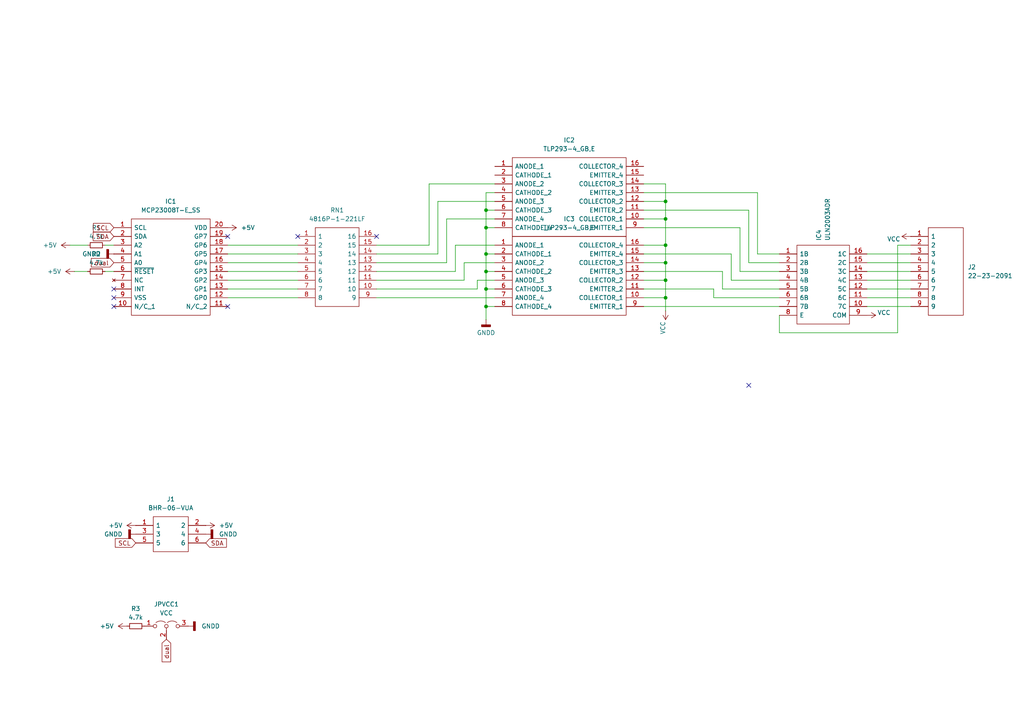
<source format=kicad_sch>
(kicad_sch (version 20231120) (generator "eeschema") (generator_version "8.0")
  (paper "A4")
  (lib_symbols
    (symbol "Device:R_Small" (pin_numbers hide) (pin_names (offset 0.254) hide)
      (property "Reference" "R" (at 0.762 0.508 0))
      (property "Value" "R_Small" (at 0.762 -1.016 0))
      (symbol "R_Small_0_1"
        (rectangle (start -0.762 1.778) (end 0.762 -1.778) (stroke (width 0.2032)))
      )
      (symbol "R_Small_1_1"
        (pin passive line (at 0 2.54 270) (length 0.762) (name "~") (number "1"))
        (pin passive line (at 0 -2.54 90) (length 0.762) (name "~") (number "2"))
      )
    )
    (symbol "Jumper:Jumper_3_Open" (pin_names (offset 0) hide) (exclude_from_sim yes) (in_bom no)
      (property "Reference" "JP" (at -2.54 -2.54 0))
      (property "Value" "Jumper_3_Open" (at 0 2.794 0))
      (symbol "Jumper_3_Open_0_0"
        (circle (center -3.302 0) (radius 0.508))
        (circle (center 0 0) (radius 0.508))
        (circle (center 3.302 0) (radius 0.508))
      )
      (symbol "Jumper_3_Open_0_1"
        (arc (start -0.254 1.016) (mid -1.651 1.4992) (end -3.048 1.016))
        (polyline (pts (xy 0 -0.508) (xy 0 -1.27)))
        (arc (start 3.048 1.016) (mid 1.651 1.4992) (end 0.254 1.016))
      )
      (symbol "Jumper_3_Open_1_1"
        (pin passive line (at -6.35 0 0) (length 2.54) (name "A") (number "1"))
        (pin passive line (at 0 -3.81 90) (length 2.54) (name "C") (number "2"))
        (pin passive line (at 6.35 0 180) (length 2.54) (name "B") (number "3"))
      )
    )
    (symbol "Samacsys:22-23-2091" (pin_names (offset 0.762))
      (property "Reference" "J" (at 16.51 7.62 0))
      (property "Value" "22-23-2091" (at 16.51 5.08 0))
      (symbol "22-23-2091_0_0"
        (pin passive line (at 0 0 0) (length 5.08) (name "1") (number "1"))
        (pin passive line (at 0 -2.54 0) (length 5.08) (name "2") (number "2"))
        (pin passive line (at 0 -5.08 0) (length 5.08) (name "3") (number "3"))
        (pin passive line (at 0 -7.62 0) (length 5.08) (name "4") (number "4"))
        (pin passive line (at 0 -10.16 0) (length 5.08) (name "5") (number "5"))
        (pin passive line (at 0 -12.7 0) (length 5.08) (name "6") (number "6"))
        (pin passive line (at 0 -15.24 0) (length 5.08) (name "7") (number "7"))
        (pin passive line (at 0 -17.78 0) (length 5.08) (name "8") (number "8"))
        (pin passive line (at 0 -20.32 0) (length 5.08) (name "9") (number "9"))
      )
      (symbol "22-23-2091_0_1"
        (polyline (pts (xy 5.08 2.54) (xy 15.24 2.54) (xy 15.24 -22.86) (xy 5.08 -22.86) (xy 5.08 2.54)) (stroke (width 0.1524)))
      )
    )
    (symbol "Samacsys:4816P-1-221LF" (pin_names (offset 0.762))
      (property "Reference" "RN" (at 19.05 7.62 0))
      (property "Value" "4816P-1-221LF" (at 19.05 5.08 0))
      (symbol "4816P-1-221LF_0_0"
        (pin passive line (at 0 0 0) (length 5.08) (name "1") (number "1"))
        (pin passive line (at 22.86 -15.24 180) (length 5.08) (name "10") (number "10"))
        (pin passive line (at 22.86 -12.7 180) (length 5.08) (name "11") (number "11"))
        (pin passive line (at 22.86 -10.16 180) (length 5.08) (name "12") (number "12"))
        (pin passive line (at 22.86 -7.62 180) (length 5.08) (name "13") (number "13"))
        (pin passive line (at 22.86 -5.08 180) (length 5.08) (name "14") (number "14"))
        (pin passive line (at 22.86 -2.54 180) (length 5.08) (name "15") (number "15"))
        (pin passive line (at 22.86 0 180) (length 5.08) (name "16") (number "16"))
        (pin passive line (at 0 -2.54 0) (length 5.08) (name "2") (number "2"))
        (pin passive line (at 0 -5.08 0) (length 5.08) (name "3") (number "3"))
        (pin passive line (at 0 -7.62 0) (length 5.08) (name "4") (number "4"))
        (pin passive line (at 0 -10.16 0) (length 5.08) (name "5") (number "5"))
        (pin passive line (at 0 -12.7 0) (length 5.08) (name "6") (number "6"))
        (pin passive line (at 0 -15.24 0) (length 5.08) (name "7") (number "7"))
        (pin passive line (at 0 -17.78 0) (length 5.08) (name "8") (number "8"))
        (pin passive line (at 22.86 -17.78 180) (length 5.08) (name "9") (number "9"))
      )
      (symbol "4816P-1-221LF_0_1"
        (polyline (pts (xy 5.08 2.54) (xy 17.78 2.54) (xy 17.78 -20.32) (xy 5.08 -20.32) (xy 5.08 2.54)) (stroke (width 0.1524)))
      )
    )
    (symbol "Samacsys:BHR-06-VUA" (pin_names (offset 0.762))
      (property "Reference" "J" (at 16.51 7.62 0))
      (property "Value" "BHR-06-VUA" (at 16.51 5.08 0))
      (symbol "BHR-06-VUA_0_0"
        (pin passive line (at 0 0 0) (length 5.08) (name "1") (number "1"))
        (pin passive line (at 20.32 0 180) (length 5.08) (name "2") (number "2"))
        (pin passive line (at 0 -2.54 0) (length 5.08) (name "3") (number "3"))
        (pin passive line (at 20.32 -2.54 180) (length 5.08) (name "4") (number "4"))
        (pin passive line (at 0 -5.08 0) (length 5.08) (name "5") (number "5"))
        (pin passive line (at 20.32 -5.08 180) (length 5.08) (name "6") (number "6"))
      )
      (symbol "BHR-06-VUA_0_1"
        (polyline (pts (xy 5.08 2.54) (xy 15.24 2.54) (xy 15.24 -7.62) (xy 5.08 -7.62) (xy 5.08 2.54)) (stroke (width 0.1524)))
      )
    )
    (symbol "Samacsys:MCP23008T-E_SS" (pin_names (offset 0.762))
      (property "Reference" "IC" (at 29.21 7.62 0))
      (property "Value" "MCP23008T-E_SS" (at 29.21 5.08 0))
      (symbol "MCP23008T-E_SS_0_0"
        (pin passive line (at 0 0 0) (length 5.08) (name "SCL") (number "1"))
        (pin passive line (at 0 -22.86 0) (length 5.08) (name "N/C_1") (number "10"))
        (pin passive line (at 33.02 -22.86 180) (length 5.08) (name "N/C_2") (number "11"))
        (pin passive line (at 33.02 -20.32 180) (length 5.08) (name "GP0") (number "12"))
        (pin passive line (at 33.02 -17.78 180) (length 5.08) (name "GP1") (number "13"))
        (pin passive line (at 33.02 -15.24 180) (length 5.08) (name "GP2") (number "14"))
        (pin passive line (at 33.02 -12.7 180) (length 5.08) (name "GP3") (number "15"))
        (pin passive line (at 33.02 -10.16 180) (length 5.08) (name "GP4") (number "16"))
        (pin passive line (at 33.02 -7.62 180) (length 5.08) (name "GP5") (number "17"))
        (pin passive line (at 33.02 -5.08 180) (length 5.08) (name "GP6") (number "18"))
        (pin passive line (at 33.02 -2.54 180) (length 5.08) (name "GP7") (number "19"))
        (pin passive line (at 0 -2.54 0) (length 5.08) (name "SDA") (number "2"))
        (pin passive line (at 33.02 0 180) (length 5.08) (name "VDD") (number "20"))
        (pin passive line (at 0 -5.08 0) (length 5.08) (name "A2") (number "3"))
        (pin passive line (at 0 -7.62 0) (length 5.08) (name "A1") (number "4"))
        (pin passive line (at 0 -10.16 0) (length 5.08) (name "A0") (number "5"))
        (pin passive line (at 0 -12.7 0) (length 5.08) (name "~{RESET}") (number "6"))
        (pin no_connect line (at 0 -15.24 0) (length 5.08) (name "NC") (number "7"))
        (pin passive line (at 0 -17.78 0) (length 5.08) (name "INT") (number "8"))
        (pin passive line (at 0 -20.32 0) (length 5.08) (name "VSS") (number "9"))
      )
      (symbol "MCP23008T-E_SS_0_1"
        (polyline (pts (xy 5.08 2.54) (xy 27.94 2.54) (xy 27.94 -25.4) (xy 5.08 -25.4) (xy 5.08 2.54)) (stroke (width 0.1524)))
      )
    )
    (symbol "Samacsys:TLP293-4_GB,E" (pin_names (offset 0.762))
      (property "Reference" "IC" (at 39.37 7.62 0))
      (property "Value" "TLP293-4_GB,E" (at 39.37 5.08 0))
      (symbol "TLP293-4_GB,E_0_0"
        (pin passive line (at 0 0 0) (length 5.08) (name "ANODE_1") (number "1"))
        (pin passive line (at 43.18 -15.24 180) (length 5.08) (name "COLLECTOR_1") (number "10"))
        (pin passive line (at 43.18 -12.7 180) (length 5.08) (name "EMITTER_2") (number "11"))
        (pin passive line (at 43.18 -10.16 180) (length 5.08) (name "COLLECTOR_2") (number "12"))
        (pin passive line (at 43.18 -7.62 180) (length 5.08) (name "EMITTER_3") (number "13"))
        (pin passive line (at 43.18 -5.08 180) (length 5.08) (name "COLLECTOR_3") (number "14"))
        (pin passive line (at 43.18 -2.54 180) (length 5.08) (name "EMITTER_4") (number "15"))
        (pin passive line (at 43.18 0 180) (length 5.08) (name "COLLECTOR_4") (number "16"))
        (pin passive line (at 0 -2.54 0) (length 5.08) (name "CATHODE_1") (number "2"))
        (pin passive line (at 0 -5.08 0) (length 5.08) (name "ANODE_2") (number "3"))
        (pin passive line (at 0 -7.62 0) (length 5.08) (name "CATHODE_2") (number "4"))
        (pin passive line (at 0 -10.16 0) (length 5.08) (name "ANODE_3") (number "5"))
        (pin passive line (at 0 -12.7 0) (length 5.08) (name "CATHODE_3") (number "6"))
        (pin passive line (at 0 -15.24 0) (length 5.08) (name "ANODE_4") (number "7"))
        (pin passive line (at 0 -17.78 0) (length 5.08) (name "CATHODE_4") (number "8"))
        (pin passive line (at 43.18 -17.78 180) (length 5.08) (name "EMITTER_1") (number "9"))
      )
      (symbol "TLP293-4_GB,E_0_1"
        (polyline (pts (xy 5.08 2.54) (xy 38.1 2.54) (xy 38.1 -20.32) (xy 5.08 -20.32) (xy 5.08 2.54)) (stroke (width 0.1524)))
      )
    )
    (symbol "Samacsys:ULN2003ADR" (pin_names (offset 0.762))
      (property "Reference" "IC" (at 21.59 7.62 0))
      (property "Value" "ULN2003ADR" (at 21.59 5.08 0))
      (symbol "ULN2003ADR_0_0"
        (pin passive line (at 0 0 0) (length 5.08) (name "1B") (number "1"))
        (pin passive line (at 25.4 -15.24 180) (length 5.08) (name "7C") (number "10"))
        (pin passive line (at 25.4 -12.7 180) (length 5.08) (name "6C") (number "11"))
        (pin passive line (at 25.4 -10.16 180) (length 5.08) (name "5C") (number "12"))
        (pin passive line (at 25.4 -7.62 180) (length 5.08) (name "4C") (number "13"))
        (pin passive line (at 25.4 -5.08 180) (length 5.08) (name "3C") (number "14"))
        (pin passive line (at 25.4 -2.54 180) (length 5.08) (name "2C") (number "15"))
        (pin passive line (at 25.4 0 180) (length 5.08) (name "1C") (number "16"))
        (pin passive line (at 0 -2.54 0) (length 5.08) (name "2B") (number "2"))
        (pin passive line (at 0 -5.08 0) (length 5.08) (name "3B") (number "3"))
        (pin passive line (at 0 -7.62 0) (length 5.08) (name "4B") (number "4"))
        (pin passive line (at 0 -10.16 0) (length 5.08) (name "5B") (number "5"))
        (pin passive line (at 0 -12.7 0) (length 5.08) (name "6B") (number "6"))
        (pin passive line (at 0 -15.24 0) (length 5.08) (name "7B") (number "7"))
        (pin passive line (at 0 -17.78 0) (length 5.08) (name "E") (number "8"))
        (pin passive line (at 25.4 -17.78 180) (length 5.08) (name "COM") (number "9"))
      )
      (symbol "ULN2003ADR_0_1"
        (polyline (pts (xy 5.08 2.54) (xy 20.32 2.54) (xy 20.32 -20.32) (xy 5.08 -20.32) (xy 5.08 2.54)) (stroke (width 0.1524)))
      )
    )
    (symbol "power:+5V" (power) (pin_numbers hide) (pin_names (offset 0) hide)
      (property "Value" "+5V" (at 0 3.556 0))
      (symbol "+5V_0_1"
        (polyline (pts (xy -0.762 1.27) (xy 0 2.54)))
        (polyline (pts (xy 0 0) (xy 0 2.54)))
        (polyline (pts (xy 0 2.54) (xy 0.762 1.27)))
      )
      (symbol "+5V_1_1"
        (pin power_in line (at 0 0 90) (length 0) (name "~") (number "1"))
      )
    )
    (symbol "power:GNDD" (power) (pin_numbers hide) (pin_names (offset 0) hide)
      (property "Value" "GNDD" (at 0 -3.175 0))
      (symbol "GNDD_0_1"
        (rectangle (start -1.27 -1.524) (end 1.27 -2.032) (stroke (width 0.254)) (fill (type outline)))
        (polyline (pts (xy 0 0) (xy 0 -1.524)))
      )
      (symbol "GNDD_1_1"
        (pin power_in line (at 0 0 270) (length 0) (name "~") (number "1"))
      )
    )
    (symbol "power:VCC" (power) (pin_numbers hide) (pin_names (offset 0) hide)
      (property "Value" "VCC" (at 0 3.556 0))
      (symbol "VCC_0_1"
        (polyline (pts (xy -0.762 1.27) (xy 0 2.54)))
        (polyline (pts (xy 0 0) (xy 0 2.54)))
        (polyline (pts (xy 0 2.54) (xy 0.762 1.27)))
      )
      (symbol "VCC_1_1"
        (pin power_in line (at 0 0 90) (length 0) (name "~") (number "1"))
      )
    )
  )
  (junction (at 193.04 81.28))
  (junction (at 140.97 88.9))
  (junction (at 140.97 60.96))
  (junction (at 140.97 66.04))
  (junction (at 193.04 63.5))
  (junction (at 140.97 73.66))
  (junction (at 140.97 83.82))
  (junction (at 140.97 78.74))
  (junction (at 193.04 86.36))
  (junction (at 193.04 76.2))
  (junction (at 193.04 58.42))
  (junction (at 193.04 71.12))
  (no_connect (at 109.22 68.58))
  (no_connect (at 33.02 88.9))
  (no_connect (at 66.04 68.58))
  (no_connect (at 217.17 111.76))
  (no_connect (at 33.02 86.36))
  (no_connect (at 86.36 68.58))
  (no_connect (at 33.02 83.82))
  (no_connect (at 66.04 88.9))
  (wire (pts (xy 193.04 71.12) (xy 193.04 63.5)))
  (wire (pts (xy 193.04 90.17) (xy 193.04 86.36)))
  (wire (pts (xy 21.59 78.74) (xy 25.4 78.74)))
  (wire (pts (xy 30.48 78.74) (xy 33.02 78.74)))
  (wire (pts (xy 207.01 86.36) (xy 226.06 86.36)))
  (wire (pts (xy 132.08 71.12) (xy 132.08 78.74)))
  (wire (pts (xy 212.09 81.28) (xy 226.06 81.28)))
  (wire (pts (xy 193.04 76.2) (xy 193.04 71.12)))
  (wire (pts (xy 66.04 83.82) (xy 86.36 83.82)))
  (wire (pts (xy 219.71 73.66) (xy 226.06 73.66)))
  (wire (pts (xy 186.69 78.74) (xy 209.55 78.74)))
  (wire (pts (xy 193.04 86.36) (xy 193.04 81.28)))
  (wire (pts (xy 193.04 81.28) (xy 193.04 76.2)))
  (wire (pts (xy 66.04 71.12) (xy 86.36 71.12)))
  (wire (pts (xy 66.04 86.36) (xy 86.36 86.36)))
  (wire (pts (xy 251.46 78.74) (xy 264.16 78.74)))
  (wire (pts (xy 186.69 76.2) (xy 193.04 76.2)))
  (wire (pts (xy 209.55 78.74) (xy 209.55 83.82)))
  (wire (pts (xy 140.97 55.88) (xy 143.51 55.88)))
  (wire (pts (xy 251.46 81.28) (xy 264.16 81.28)))
  (wire (pts (xy 134.62 76.2) (xy 143.51 76.2)))
  (wire (pts (xy 186.69 71.12) (xy 193.04 71.12)))
  (wire (pts (xy 109.22 76.2) (xy 129.54 76.2)))
  (wire (pts (xy 226.06 96.52) (xy 226.06 91.44)))
  (wire (pts (xy 30.48 71.12) (xy 33.02 71.12)))
  (wire (pts (xy 140.97 73.66) (xy 140.97 78.74)))
  (wire (pts (xy 219.71 55.88) (xy 219.71 73.66)))
  (wire (pts (xy 251.46 83.82) (xy 264.16 83.82)))
  (wire (pts (xy 109.22 78.74) (xy 132.08 78.74)))
  (wire (pts (xy 129.54 63.5) (xy 129.54 76.2)))
  (wire (pts (xy 140.97 78.74) (xy 140.97 83.82)))
  (wire (pts (xy 66.04 81.28) (xy 86.36 81.28)))
  (wire (pts (xy 264.16 71.12) (xy 260.35 71.12)))
  (wire (pts (xy 209.55 83.82) (xy 226.06 83.82)))
  (wire (pts (xy 109.22 71.12) (xy 124.46 71.12)))
  (wire (pts (xy 207.01 86.36) (xy 207.01 83.82)))
  (wire (pts (xy 214.63 66.04) (xy 214.63 78.74)))
  (wire (pts (xy 186.69 60.96) (xy 217.17 60.96)))
  (wire (pts (xy 143.51 83.82) (xy 140.97 83.82)))
  (wire (pts (xy 138.43 81.28) (xy 143.51 81.28)))
  (wire (pts (xy 140.97 88.9) (xy 143.51 88.9)))
  (wire (pts (xy 212.09 73.66) (xy 212.09 81.28)))
  (wire (pts (xy 193.04 58.42) (xy 193.04 53.34)))
  (wire (pts (xy 251.46 86.36) (xy 264.16 86.36)))
  (wire (pts (xy 140.97 60.96) (xy 143.51 60.96)))
  (wire (pts (xy 127 58.42) (xy 127 73.66)))
  (wire (pts (xy 140.97 88.9) (xy 140.97 92.71)))
  (wire (pts (xy 217.17 60.96) (xy 217.17 76.2)))
  (wire (pts (xy 186.69 73.66) (xy 212.09 73.66)))
  (wire (pts (xy 124.46 53.34) (xy 124.46 71.12)))
  (wire (pts (xy 140.97 73.66) (xy 143.51 73.66)))
  (wire (pts (xy 207.01 83.82) (xy 186.69 83.82)))
  (wire (pts (xy 140.97 83.82) (xy 140.97 88.9)))
  (wire (pts (xy 214.63 78.74) (xy 226.06 78.74)))
  (wire (pts (xy 186.69 55.88) (xy 219.71 55.88)))
  (wire (pts (xy 127 58.42) (xy 143.51 58.42)))
  (wire (pts (xy 109.22 81.28) (xy 134.62 81.28)))
  (wire (pts (xy 251.46 73.66) (xy 264.16 73.66)))
  (wire (pts (xy 140.97 66.04) (xy 140.97 73.66)))
  (wire (pts (xy 186.69 66.04) (xy 214.63 66.04)))
  (wire (pts (xy 251.46 88.9) (xy 264.16 88.9)))
  (wire (pts (xy 138.43 83.82) (xy 138.43 81.28)))
  (wire (pts (xy 66.04 76.2) (xy 86.36 76.2)))
  (wire (pts (xy 251.46 76.2) (xy 264.16 76.2)))
  (wire (pts (xy 260.35 96.52) (xy 226.06 96.52)))
  (wire (pts (xy 140.97 78.74) (xy 143.51 78.74)))
  (wire (pts (xy 140.97 66.04) (xy 143.51 66.04)))
  (wire (pts (xy 124.46 53.34) (xy 143.51 53.34)))
  (wire (pts (xy 186.69 81.28) (xy 193.04 81.28)))
  (wire (pts (xy 260.35 71.12) (xy 260.35 96.52)))
  (wire (pts (xy 186.69 63.5) (xy 193.04 63.5)))
  (wire (pts (xy 186.69 86.36) (xy 193.04 86.36)))
  (wire (pts (xy 226.06 88.9) (xy 186.69 88.9)))
  (wire (pts (xy 140.97 55.88) (xy 140.97 60.96)))
  (wire (pts (xy 109.22 73.66) (xy 127 73.66)))
  (wire (pts (xy 193.04 63.5) (xy 193.04 58.42)))
  (wire (pts (xy 140.97 60.96) (xy 140.97 66.04)))
  (wire (pts (xy 66.04 73.66) (xy 86.36 73.66)))
  (wire (pts (xy 217.17 76.2) (xy 226.06 76.2)))
  (wire (pts (xy 66.04 78.74) (xy 86.36 78.74)))
  (wire (pts (xy 186.69 58.42) (xy 193.04 58.42)))
  (wire (pts (xy 129.54 63.5) (xy 143.51 63.5)))
  (wire (pts (xy 20.32 71.12) (xy 25.4 71.12)))
  (wire (pts (xy 186.69 53.34) (xy 193.04 53.34)))
  (wire (pts (xy 109.22 86.36) (xy 143.51 86.36)))
  (wire (pts (xy 109.22 83.82) (xy 138.43 83.82)))
  (wire (pts (xy 132.08 71.12) (xy 143.51 71.12)))
  (wire (pts (xy 134.62 76.2) (xy 134.62 81.28)))
  (global_label "dual" (shape input) (at 48.26 185.42 270) (property "Intersheetrefs" "${INTERSHEET_REFS}" (effects (hide yes))))
  (global_label "SCL" (shape input) (at 33.02 66.04 180) (property "Intersheetrefs" "${INTERSHEET_REFS}" (effects (hide yes))))
  (global_label "SDA" (shape input) (at 59.69 157.48 0) (property "Intersheetrefs" "${INTERSHEET_REFS}" (effects (hide yes))))
  (global_label "SCL" (shape input) (at 39.37 157.48 180) (property "Intersheetrefs" "${INTERSHEET_REFS}" (effects (hide yes))))
  (global_label "dual" (shape input) (at 33.02 76.2 180) (property "Intersheetrefs" "${INTERSHEET_REFS}" (effects (hide yes))))
  (global_label "SDA" (shape input) (at 33.02 68.58 180) (property "Intersheetrefs" "${INTERSHEET_REFS}" (effects (hide yes))))
  (symbol (lib_id "power:VCC") (at 251.46 91.44 270) (mirror x) (unit 1)
    (property "Reference" "#PWR013" (effects (hide yes)))
    (property "Value" "VCC" (at 258.318 90.678 90) (effects (justify right)))
    (property "Description" "Power symbol creates a global label with name \"VCC\"" (effects (hide yes)))
  )
  (symbol (lib_id "Device:R_Small") (at 27.94 71.12 270) (unit 1)
    (property "Reference" "R1" (at 27.94 66.04 90))
    (property "Value" "4.7k" (at 27.94 68.58 90))
    (property "Footprint" "Resistor_SMD:R_1206_3216Metric" (effects (hide yes)))
    (property "Description" "Resistor, small symbol" (effects (hide yes)))
  )
  (symbol (lib_id "Device:R_Small") (at 27.94 78.74 270) (unit 1)
    (property "Reference" "R2" (at 27.94 73.66 90))
    (property "Value" "4.7k" (at 27.94 76.2 90))
    (property "Footprint" "Resistor_SMD:R_1206_3216Metric" (effects (hide yes)))
    (property "Description" "Resistor, small symbol" (effects (hide yes)))
  )
  (symbol (lib_id "Jumper:Jumper_3_Open") (at 48.26 181.61 0) (unit 1) (exclude_from_sim yes) (in_bom no)
    (property "Reference" "JPVCC1" (at 48.26 175.26 0))
    (property "Value" "VCC" (at 48.26 177.8 0))
    (property "Footprint" "Jumper:SolderJumper-3_P1.3mm_Open_Pad1.0x1.5mm" (effects (hide yes)))
    (property "Description" "Jumper, 3-pole, both open" (effects (hide yes)))
  )
  (symbol (lib_id "Samacsys:22-23-2091") (at 264.16 68.58 0) (unit 1)
    (property "Reference" "J2" (at 280.67 77.4699 0) (effects (justify left)))
    (property "Value" "22-23-2091" (at 280.67 80.0099 0) (effects (justify left)))
    (property "Footprint" "Samacsys:HDRV9W82P0X254_1X9_2271X635X1066P" (effects (hide yes)))
    (property "Datasheet" "https://componentsearchengine.com/Datasheets/2/22-23-2091.pdf" (effects (hide yes)))
    (property "Description" "2.54mm,header,KK,vert,Sn,frictn lock,9w Molex KK 254 Series, Series Number 6373, 2.54mm Pitch 9 Way 1 Row Straight PCB Header, Through Hole, Solder Termination" (effects (hide yes)))
    (property "Description_1" "2.54mm,header,KK,vert,Sn,frictn lock,9w Molex KK 254 Series, Series Number 6373, 2.54mm Pitch 9 Way 1 Row Straight PCB Header, Through Hole, Solder Termination" (effects (hide yes)))
    (property "Height" "10.66" (effects (hide yes)))
    (property "Mouser Part Number" "538-22-23-2091" (effects (hide yes)))
    (property "Mouser Price/Stock" "https://www.mouser.co.uk/ProductDetail/Molex/22-23-2091?qs=9PkijCQ%2Fg7ZbpS%2FSHGjBzA%3D%3D" (effects (hide yes)))
    (property "Manufacturer_Name" "Molex" (effects (hide yes)))
    (property "Manufacturer_Part_Number" "22-23-2091" (effects (hide yes)))
  )
  (symbol (lib_id "Samacsys:MCP23008T-E_SS") (at 33.02 66.04 0) (unit 1)
    (property "Reference" "IC1" (at 49.53 58.42 0))
    (property "Value" "MCP23008T-E_SS" (at 49.53 60.96 0))
    (property "Footprint" "Samacsys:SOP65P780X200-20N" (effects (hide yes)))
    (property "Datasheet" "http://www.microchip.com/mymicrochip/filehandler.aspx?ddocname=en021920" (effects (hide yes)))
    (property "Description" "I2C Interface 1700kHz 5.5V 20-Pin SSOP T/R" (effects (hide yes)))
    (property "Description_1" "I2C Interface 1700kHz 5.5V 20-Pin SSOP T/R" (effects (hide yes)))
    (property "Height" "2" (effects (hide yes)))
    (property "Mouser Part Number" "579-MCP23008T-E/SS" (effects (hide yes)))
    (property "Mouser Price/Stock" "https://www.mouser.co.uk/ProductDetail/Microchip-Technology/MCP23008T-E-SS?qs=ohtcwxb5zIsMtZ6VHZOtNw%3D%3D" (effects (hide yes)))
    (property "Manufacturer_Name" "Microchip" (effects (hide yes)))
    (property "Manufacturer_Part_Number" "MCP23008T-E/SS" (effects (hide yes)))
  )
  (symbol (lib_id "power:GNDD") (at 140.97 92.71 0) (unit 1)
    (property "Reference" "#PWR011" (effects (hide yes)))
    (property "Value" "GNDD" (at 140.97 96.52 0))
    (property "Description" "Power symbol creates a global label with name \"GNDD\" , digital ground" (effects (hide yes)))
  )
  (symbol (lib_id "power:+5V") (at 66.04 66.04 270) (unit 1)
    (property "Reference" "#PWR010" (effects (hide yes)))
    (property "Value" "+5V" (at 69.85 66.0399 90) (effects (justify left)))
    (property "Description" "Power symbol creates a global label with name \"+5V\"" (effects (hide yes)))
  )
  (symbol (lib_id "power:+5V") (at 39.37 152.4 90) (unit 1)
    (property "Reference" "#PWR05" (effects (hide yes)))
    (property "Value" "+5V" (at 35.56 152.3999 90) (effects (justify left)))
    (property "Description" "Power symbol creates a global label with name \"+5V\"" (effects (hide yes)))
  )
  (symbol (lib_id "Samacsys:TLP293-4_GB,E") (at 143.51 48.26 0) (unit 1)
    (property "Reference" "IC2" (at 165.1 40.64 0))
    (property "Value" "TLP293-4_GB,E" (at 165.1 43.18 0))
    (property "Footprint" "Samacsys:SOIC127P700X220-16N" (effects (hide yes)))
    (property "Datasheet" "https://www.mouser.it/ProductDetail/Toshiba/TLP293-4GBE?qs=U6BGiFaJGDt7LvfetAbZeg%3D%3D" (effects (hide yes)))
    (property "Description" "Collector-Emitter Voltage : 80 V (min)  Current Transfer Ratio : 50% (min)  GB rank: 100% (min)  Isolation Voltage : 3750 Vrms (min)  Operation temperature range: -55 to 125 C  Safety standards UL-recognized: UL 1577, File No.E67349 cUL-recognized: CSA Component Acceptance Service No.5A File No.E67349  CQC- approved : GB4943.1, GB8898 Thailand Facto" (effects (hide yes)))
    (property "Description_1" "Collector-Emitter Voltage : 80 V (min)  Current Transfer Ratio : 50% (min)  GB rank: 100% (min)  Isolation Voltage : 3750 Vrms (min)  Operation temperature range: -55 to 125 C  Safety standards UL-recognized: UL 1577, File No.E67349 cUL-recognized: CSA Component Acceptance Service No.5A File No.E67349  CQC- approved : GB4943.1, GB8898 Thailand Facto" (effects (hide yes)))
    (property "Height" "2.2" (effects (hide yes)))
    (property "Mouser Part Number" "757-TLP293-4GBE" (effects (hide yes)))
    (property "Mouser Price/Stock" "https://www.mouser.co.uk/ProductDetail/Toshiba/TLP293-4GBE?qs=U6BGiFaJGDt7LvfetAbZeg%3D%3D" (effects (hide yes)))
    (property "Manufacturer_Name" "Toshiba" (effects (hide yes)))
    (property "Manufacturer_Part_Number" "TLP293-4(GB,E" (effects (hide yes)))
  )
  (symbol (lib_id "power:GNDD") (at 54.61 181.61 90) (unit 1)
    (property "Reference" "#PWR07" (effects (hide yes)))
    (property "Value" "GNDD" (at 58.42 181.6099 90) (effects (justify right)))
    (property "Description" "Power symbol creates a global label with name \"GNDD\" , digital ground" (effects (hide yes)))
  )
  (symbol (lib_id "Samacsys:ULN2003ADR") (at 226.06 73.66 0) (unit 1)
    (property "Reference" "IC4" (at 237.4899 69.85 90) (effects (justify left)))
    (property "Value" "ULN2003ADR" (at 240.0299 69.85 90) (effects (justify left)))
    (property "Footprint" "Samacsys:SOIC127P600X175-16N" (effects (hide yes)))
    (property "Datasheet" "http://www.ti.com/lit/ds/symlink/uln2003a.pdf" (effects (hide yes)))
    (property "Description" "Trans Darlington NPN 50V 0.5A SOIC16 Texas Instruments ULN2003ADR, 7-element NPN Darlington Transistor Array, 0.5 A 50 V, 16-Pin SOIC" (effects (hide yes)))
    (property "Description_1" "Trans Darlington NPN 50V 0.5A SOIC16 Texas Instruments ULN2003ADR, 7-element NPN Darlington Transistor Array, 0.5 A 50 V, 16-Pin SOIC" (effects (hide yes)))
    (property "Height" "1.75" (effects (hide yes)))
    (property "Mouser Part Number" "595-ULN2003ADR" (effects (hide yes)))
    (property "Mouser Price/Stock" "https://www.mouser.co.uk/ProductDetail/Texas-Instruments/ULN2003ADR?qs=D5pVkbrsqqI8WxXD0eSvDA%3D%3D" (effects (hide yes)))
    (property "Manufacturer_Name" "Texas Instruments" (effects (hide yes)))
    (property "Manufacturer_Part_Number" "ULN2003ADR" (effects (hide yes)))
  )
  (symbol (lib_id "power:GNDD") (at 33.02 73.66 270) (unit 1)
    (property "Reference" "#PWR03" (effects (hide yes)))
    (property "Value" "GNDD" (at 29.21 73.6599 90) (effects (justify right)))
    (property "Description" "Power symbol creates a global label with name \"GNDD\" , digital ground" (effects (hide yes)))
  )
  (symbol (lib_id "power:+5V") (at 36.83 181.61 90) (unit 1)
    (property "Reference" "#PWR04" (effects (hide yes)))
    (property "Value" "+5V" (at 33.02 181.6099 90) (effects (justify left)))
    (property "Description" "Power symbol creates a global label with name \"+5V\"" (effects (hide yes)))
  )
  (symbol (lib_id "power:GNDD") (at 39.37 154.94 270) (unit 1)
    (property "Reference" "#PWR06" (effects (hide yes)))
    (property "Value" "GNDD" (at 35.56 154.9399 90) (effects (justify right)))
    (property "Description" "Power symbol creates a global label with name \"GNDD\" , digital ground" (effects (hide yes)))
  )
  (symbol (lib_id "power:GNDD") (at 59.69 154.94 90) (unit 1)
    (property "Reference" "#PWR09" (effects (hide yes)))
    (property "Value" "GNDD" (at 63.5 154.9399 90) (effects (justify right)))
    (property "Description" "Power symbol creates a global label with name \"GNDD\" , digital ground" (effects (hide yes)))
  )
  (symbol (lib_id "power:+5V") (at 21.59 78.74 90) (unit 1)
    (property "Reference" "#PWR02" (effects (hide yes)))
    (property "Value" "+5V" (at 17.78 78.7399 90) (effects (justify left)))
    (property "Description" "Power symbol creates a global label with name \"+5V\"" (effects (hide yes)))
  )
  (symbol (lib_id "Samacsys:TLP293-4_GB,E") (at 143.51 71.12 0) (unit 1)
    (property "Reference" "IC3" (at 165.1 63.5 0))
    (property "Value" "TLP293-4_GB,E" (at 165.1 66.04 0))
    (property "Footprint" "Samacsys:SOIC127P700X220-16N" (effects (hide yes)))
    (property "Datasheet" "https://www.mouser.it/ProductDetail/Toshiba/TLP293-4GBE?qs=U6BGiFaJGDt7LvfetAbZeg%3D%3D" (effects (hide yes)))
    (property "Description" "Collector-Emitter Voltage : 80 V (min)  Current Transfer Ratio : 50% (min)  GB rank: 100% (min)  Isolation Voltage : 3750 Vrms (min)  Operation temperature range: -55 to 125 C  Safety standards UL-recognized: UL 1577, File No.E67349 cUL-recognized: CSA Component Acceptance Service No.5A File No.E67349  CQC- approved : GB4943.1, GB8898 Thailand Facto" (effects (hide yes)))
    (property "Description_1" "Collector-Emitter Voltage : 80 V (min)  Current Transfer Ratio : 50% (min)  GB rank: 100% (min)  Isolation Voltage : 3750 Vrms (min)  Operation temperature range: -55 to 125 C  Safety standards UL-recognized: UL 1577, File No.E67349 cUL-recognized: CSA Component Acceptance Service No.5A File No.E67349  CQC- approved : GB4943.1, GB8898 Thailand Facto" (effects (hide yes)))
    (property "Height" "2.2" (effects (hide yes)))
    (property "Mouser Part Number" "757-TLP293-4GBE" (effects (hide yes)))
    (property "Mouser Price/Stock" "https://www.mouser.co.uk/ProductDetail/Toshiba/TLP293-4GBE?qs=U6BGiFaJGDt7LvfetAbZeg%3D%3D" (effects (hide yes)))
    (property "Manufacturer_Name" "Toshiba" (effects (hide yes)))
    (property "Manufacturer_Part_Number" "TLP293-4(GB,E" (effects (hide yes)))
  )
  (symbol (lib_id "power:VCC") (at 193.04 90.17 180) (unit 1)
    (property "Reference" "#PWR012" (effects (hide yes)))
    (property "Value" "VCC" (at 192.278 97.028 90) (effects (justify right)))
    (property "Description" "Power symbol creates a global label with name \"VCC\"" (effects (hide yes)))
  )
  (symbol (lib_id "Samacsys:BHR-06-VUA") (at 39.37 152.4 0) (unit 1)
    (property "Reference" "J1" (at 49.53 144.78 0))
    (property "Value" "BHR-06-VUA" (at 49.53 147.32 0))
    (property "Footprint" "Samacsys:SHDR6W64P254_2X3_1522X880X920P" (effects (hide yes)))
    (property "Datasheet" "https://app.adam-tech.com/products/download/data_sheet/203218/bhr-xx-vua-data-sheet.pdf" (effects (hide yes)))
    (property "Description" "Box Header, Vertical, 6 Pos" (effects (hide yes)))
    (property "Description_1" "Box Header, Vertical, 6 Pos" (effects (hide yes)))
    (property "Height" "9.2" (effects (hide yes)))
    (property "Mouser Part Number" "737-BHR-06-VUA" (effects (hide yes)))
    (property "Mouser Price/Stock" "https://www.mouser.co.uk/ProductDetail/Adam-Tech/BHR-06-VUA?qs=HoCaDK9Nz5cobId%2FEjMHxg%3D%3D" (effects (hide yes)))
    (property "Manufacturer_Name" "Adam Tech" (effects (hide yes)))
    (property "Manufacturer_Part_Number" "BHR-06-VUA" (effects (hide yes)))
  )
  (symbol (lib_id "power:+5V") (at 20.32 71.12 90) (unit 1)
    (property "Reference" "#PWR01" (effects (hide yes)))
    (property "Value" "+5V" (at 16.51 71.1199 90) (effects (justify left)))
    (property "Description" "Power symbol creates a global label with name \"+5V\"" (effects (hide yes)))
  )
  (symbol (lib_id "Samacsys:4816P-1-221LF") (at 86.36 68.58 0) (unit 1)
    (property "Reference" "RN1" (at 97.79 60.96 0))
    (property "Value" "4816P-1-221LF" (at 97.79 63.5 0))
    (property "Footprint" "Samacsys:SOIC127P762X240-16N" (effects (hide yes)))
    (property "Datasheet" "https://componentsearchengine.com/Datasheets/1/4816P-1-221LF.pdf" (effects (hide yes)))
    (property "Description" "4816P DIP SMD ResistorNetwork Array 220R Bourns 4800P Series 220 Isolated Resistor Network, 8 Resistors, 1.28W total DIP package Pin" (effects (hide yes)))
    (property "Description_1" "4816P DIP SMD ResistorNetwork Array 220R Bourns 4800P Series 220 Isolated Resistor Network, 8 Resistors, 1.28W total DIP package Pin" (effects (hide yes)))
    (property "Height" "2.4" (effects (hide yes)))
    (property "Mouser Part Number" "652-4816P-1LF-220" (effects (hide yes)))
    (property "Mouser Price/Stock" "https://www.mouser.co.uk/ProductDetail/Bourns/4816P-1-221LF?qs=6eDBzTnH09n6wZOQC3C1Dg%3D%3D" (effects (hide yes)))
    (property "Manufacturer_Name" "Bourns" (effects (hide yes)))
    (property "Manufacturer_Part_Number" "4816P-1-221LF" (effects (hide yes)))
  )
  (symbol (lib_id "power:VCC") (at 264.16 68.58 90) (mirror x) (unit 1)
    (property "Reference" "#PWR014" (effects (hide yes)))
    (property "Value" "VCC" (at 257.302 69.342 90) (effects (justify right)))
    (property "Description" "Power symbol creates a global label with name \"VCC\"" (effects (hide yes)))
  )
  (symbol (lib_id "power:+5V") (at 59.69 152.4 270) (unit 1)
    (property "Reference" "#PWR08" (effects (hide yes)))
    (property "Value" "+5V" (at 63.5 152.3999 90) (effects (justify left)))
    (property "Description" "Power symbol creates a global label with name \"+5V\"" (effects (hide yes)))
  )
  (symbol (lib_id "Device:R_Small") (at 39.37 181.61 270) (unit 1)
    (property "Reference" "R3" (at 39.37 176.53 90))
    (property "Value" "4.7k" (at 39.37 179.07 90))
    (property "Footprint" "Resistor_SMD:R_1206_3216Metric" (effects (hide yes)))
    (property "Description" "Resistor, small symbol" (effects (hide yes)))
  )
)
</source>
